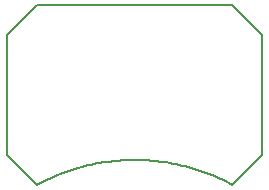
<source format=gbo>
G04 ( created by brdgerber.py ( brdgerber.py v0.1 2014-03-12 ) ) date 2020-12-15 20:12:19 EST*
G04 Gerber Fmt 3.4, Leading zero omitted, Abs format*
%MOIN*%
%FSLAX34Y34*%
G01*
G70*
G90*
G04 APERTURE LIST*
%ADD16C,0.0031*%
%ADD26C,0.0471*%
%ADD27C,0.0200*%
%ADD23R,0.0275X0.0590*%
%ADD12C,0.0050*%
%ADD17R,0.2000X0.2000*%
%ADD24C,0.0000*%
%ADD15C,0.0039*%
%ADD11C,0.0060*%
%ADD14C,0.0047*%
%ADD20R,0.0800X0.0600*%
%ADD25C,0.0059*%
%ADD22R,0.0393X0.0314*%
%ADD21C,0.0354*%
%ADD13R,0.0394X0.0315*%
%ADD19R,0.0600X0.0800*%
%ADD10R,0.0236X0.0551*%
%ADD18R,0.3000X0.3000*%
G04 APERTURE END LIST*
G54D16*
D12*
G01X-28150Y-17000D02*
G01X-27150Y-16000D01*
D12*
G01X-27150Y-16000D02*
G01X-27150Y-12000D01*
D12*
G01X-27150Y-12000D02*
G01X-28150Y-11000D01*
D12*
G01X-28150Y-11000D02*
G01X-34650Y-11000D01*
D12*
G01X-34650Y-11000D02*
G01X-35650Y-12000D01*
D12*
G01X-35650Y-12000D02*
G01X-35650Y-16000D01*
D12*
G01X-35650Y-16000D02*
G01X-34650Y-17000D01*
D12*
G01X-34641Y-16995D02*
G01X-34548Y-16946D01*
G01X-34453Y-16898D01*
G01X-34359Y-16851D01*
G01X-34263Y-16806D01*
G01X-34167Y-16762D01*
G01X-34070Y-16720D01*
G01X-33972Y-16680D01*
G01X-33874Y-16641D01*
G01X-33775Y-16603D01*
G01X-33676Y-16567D01*
G01X-33576Y-16533D01*
G01X-33475Y-16500D01*
G01X-33374Y-16468D01*
G01X-33273Y-16438D01*
G01X-33171Y-16410D01*
G01X-33069Y-16384D01*
G01X-32966Y-16359D01*
G01X-32863Y-16335D01*
G01X-32760Y-16313D01*
G01X-32656Y-16293D01*
G01X-32552Y-16274D01*
G01X-32448Y-16257D01*
G01X-32343Y-16242D01*
G01X-32238Y-16228D01*
G01X-32133Y-16216D01*
G01X-32028Y-16205D01*
G01X-31923Y-16196D01*
G01X-31817Y-16189D01*
G01X-31712Y-16183D01*
G01X-31606Y-16179D01*
G01X-31501Y-16177D01*
G01X-31395Y-16176D01*
G01X-31289Y-16177D01*
G01X-31184Y-16180D01*
G01X-31078Y-16184D01*
G01X-30972Y-16190D01*
G01X-30867Y-16197D01*
G01X-30762Y-16206D01*
G01X-30656Y-16217D01*
G01X-30552Y-16229D01*
G01X-30447Y-16243D01*
G01X-30342Y-16259D01*
G01X-30238Y-16276D01*
G01X-30134Y-16295D01*
G01X-30030Y-16315D01*
G01X-29927Y-16337D01*
G01X-29824Y-16361D01*
G01X-29721Y-16386D01*
G01X-29619Y-16413D01*
G01X-29517Y-16441D01*
G01X-29416Y-16471D01*
G01X-29315Y-16503D01*
G01X-29214Y-16536D01*
G01X-29115Y-16570D01*
G01X-29015Y-16607D01*
G01X-28917Y-16644D01*
G01X-28818Y-16684D01*
G01X-28721Y-16724D01*
G01X-28624Y-16767D01*
G01X-28528Y-16810D01*
G01X-28432Y-16856D01*
G01X-28337Y-16902D01*
G01X-28243Y-16950D01*
G01X-28150Y-17000D01*
M02*

</source>
